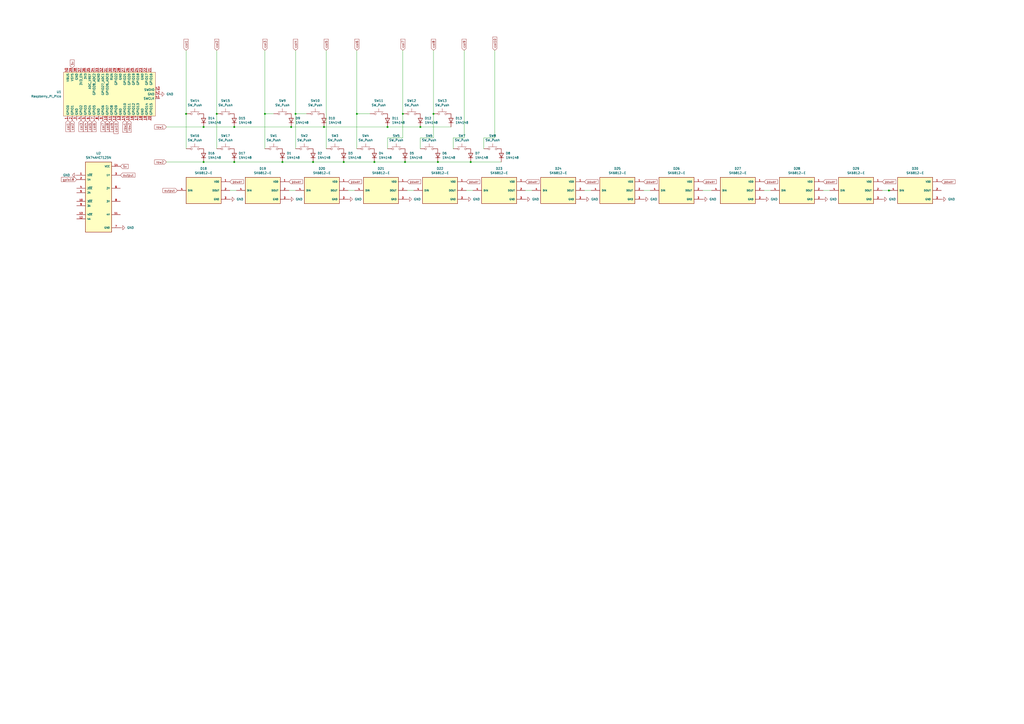
<source format=kicad_sch>
(kicad_sch (version 20231120) (generator "eeschema") (generator_version "8.0")
  (paper "A2")
  (lib_symbols
    (symbol "Diode:1N4148" (pin_numbers hide) (pin_names hide)
      (property "Reference" "D" (at 0 2.54 0))
      (property "Value" "1N4148" (at 0 -2.54 0))
      (symbol "1N4148_0_1"
        (polyline (pts (xy -1.27 1.27) (xy -1.27 -1.27)) (stroke (width 0.254)))
        (polyline (pts (xy 1.27 0) (xy -1.27 0)))
        (polyline (pts (xy 1.27 1.27) (xy 1.27 -1.27) (xy -1.27 0) (xy 1.27 1.27)) (stroke (width 0.254)))
      )
      (symbol "1N4148_1_1"
        (pin passive line (at -3.81 0 0) (length 2.54) (name "K") (number "1"))
        (pin passive line (at 3.81 0 180) (length 2.54) (name "A") (number "2"))
      )
    )
    (symbol "SK6812-E:SK6812-E" (pin_names (offset 1.016))
      (property "Reference" "D" (at -10.16 8.89 0))
      (property "Value" "SK6812-E" (at -10.16 -10.16 0))
      (symbol "SK6812-E_0_0"
        (rectangle (start -10.16 -7.62) (end 10.16 7.62) (stroke (width 0.254)) (fill (type background)))
        (pin power_in line (at 15.24 5.08 180) (length 5.08) (name "VDD") (number "1"))
        (pin output line (at 15.24 0 180) (length 5.08) (name "DOUT") (number "2"))
        (pin power_in line (at 15.24 -5.08 180) (length 5.08) (name "GND") (number "3"))
        (pin input line (at -15.24 0 0) (length 5.08) (name "DIN") (number "4"))
      )
    )
    (symbol "SN74AHCT125N:SN74AHCT125N" (pin_names (offset 1.016))
      (property "Reference" "U" (at -7.62 21.082 0))
      (property "Value" "SN74AHCT125N" (at -7.62 -22.86 0))
      (symbol "SN74AHCT125N_0_0"
        (rectangle (start -7.62 -20.32) (end 7.62 20.32) (stroke (width 0.254)) (fill (type background)))
        (pin input line (at -12.7 12.7 0) (length 5.08) (name "1~{OE}") (number "1"))
        (pin input line (at -12.7 -2.54 0) (length 5.08) (name "3~{OE}") (number "10"))
        (pin output line (at 12.7 -10.16 180) (length 5.08) (name "4Y") (number "11"))
        (pin input line (at -12.7 -12.7 0) (length 5.08) (name "4A") (number "12"))
        (pin input line (at -12.7 -10.16 0) (length 5.08) (name "4~{OE}") (number "13"))
        (pin power_in line (at 12.7 17.78 180) (length 5.08) (name "VCC") (number "14"))
        (pin input line (at -12.7 10.16 0) (length 5.08) (name "1A") (number "2"))
        (pin output line (at 12.7 12.7 180) (length 5.08) (name "1Y") (number "3"))
        (pin input line (at -12.7 5.08 0) (length 5.08) (name "2~{OE}") (number "4"))
        (pin input line (at -12.7 2.54 0) (length 5.08) (name "2A") (number "5"))
        (pin output line (at 12.7 5.08 180) (length 5.08) (name "2Y") (number "6"))
        (pin power_in line (at 12.7 -17.78 180) (length 5.08) (name "GND") (number "7"))
        (pin output line (at 12.7 -2.54 180) (length 5.08) (name "3Y") (number "8"))
        (pin input line (at -12.7 -5.08 0) (length 5.08) (name "3A") (number "9"))
      )
    )
    (symbol "ScottoKeebs:MCU_Raspberry_Pi_Pico"
      (property "Reference" "U" (at 0 0 0))
      (property "Value" "Raspberry_Pi_Pico" (at 0 27.94 0))
      (symbol "MCU_Raspberry_Pi_Pico_0_1"
        (rectangle (start -12.7 26.67) (end 12.7 -26.67) (fill (type background)))
      )
      (symbol "MCU_Raspberry_Pi_Pico_1_1"
        (pin bidirectional line (at -15.24 24.13 0) (length 2.54) (name "GPIO0") (number "1"))
        (pin bidirectional line (at -15.24 1.27 0) (length 2.54) (name "GPIO7") (number "10"))
        (pin bidirectional line (at -15.24 -1.27 0) (length 2.54) (name "GPIO8") (number "11"))
        (pin bidirectional line (at -15.24 -3.81 0) (length 2.54) (name "GPIO9") (number "12"))
        (pin power_in line (at -15.24 -6.35 0) (length 2.54) (name "GND") (number "13"))
        (pin bidirectional line (at -15.24 -8.89 0) (length 2.54) (name "GPIO10") (number "14"))
        (pin bidirectional line (at -15.24 -11.43 0) (length 2.54) (name "GPIO11") (number "15"))
        (pin bidirectional line (at -15.24 -13.97 0) (length 2.54) (name "GPIO12") (number "16"))
        (pin bidirectional line (at -15.24 -16.51 0) (length 2.54) (name "GPIO13") (number "17"))
        (pin power_in line (at -15.24 -19.05 0) (length 2.54) (name "GND") (number "18"))
        (pin bidirectional line (at -15.24 -21.59 0) (length 2.54) (name "GPIO14") (number "19"))
        (pin bidirectional line (at -15.24 21.59 0) (length 2.54) (name "GPIO1") (number "2"))
        (pin bidirectional line (at -15.24 -24.13 0) (length 2.54) (name "GPIO15") (number "20"))
        (pin bidirectional line (at 15.24 -24.13 180) (length 2.54) (name "GPIO16") (number "21"))
        (pin bidirectional line (at 15.24 -21.59 180) (length 2.54) (name "GPIO17") (number "22"))
        (pin power_in line (at 15.24 -19.05 180) (length 2.54) (name "GND") (number "23"))
        (pin bidirectional line (at 15.24 -16.51 180) (length 2.54) (name "GPIO18") (number "24"))
        (pin bidirectional line (at 15.24 -13.97 180) (length 2.54) (name "GPIO19") (number "25"))
        (pin bidirectional line (at 15.24 -11.43 180) (length 2.54) (name "GPIO20") (number "26"))
        (pin bidirectional line (at 15.24 -8.89 180) (length 2.54) (name "GPIO21") (number "27"))
        (pin power_in line (at 15.24 -6.35 180) (length 2.54) (name "GND") (number "28"))
        (pin bidirectional line (at 15.24 -3.81 180) (length 2.54) (name "GPIO22") (number "29"))
        (pin power_in line (at -15.24 19.05 0) (length 2.54) (name "GND") (number "3"))
        (pin input line (at 15.24 -1.27 180) (length 2.54) (name "RUN") (number "30"))
        (pin bidirectional line (at 15.24 1.27 180) (length 2.54) (name "GPIO26_ADC0") (number "31"))
        (pin bidirectional line (at 15.24 3.81 180) (length 2.54) (name "GPIO27_ADC1") (number "32"))
        (pin power_in line (at 15.24 6.35 180) (length 2.54) (name "AGND") (number "33"))
        (pin bidirectional line (at 15.24 8.89 180) (length 2.54) (name "GPIO28_ADC2") (number "34"))
        (pin power_in line (at 15.24 11.43 180) (length 2.54) (name "ADC_VREF") (number "35"))
        (pin power_in line (at 15.24 13.97 180) (length 2.54) (name "3V3") (number "36"))
        (pin input line (at 15.24 16.51 180) (length 2.54) (name "3V3_EN") (number "37"))
        (pin bidirectional line (at 15.24 19.05 180) (length 2.54) (name "GND") (number "38"))
        (pin power_in line (at 15.24 21.59 180) (length 2.54) (name "VSYS") (number "39"))
        (pin bidirectional line (at -15.24 16.51 0) (length 2.54) (name "GPIO2") (number "4"))
        (pin power_in line (at 15.24 24.13 180) (length 2.54) (name "VBUS") (number "40"))
        (pin input line (at -2.54 -29.21 90) (length 2.54) (name "SWCLK") (number "41"))
        (pin power_in line (at 0 -29.21 90) (length 2.54) (name "GND") (number "42"))
        (pin bidirectional line (at 2.54 -29.21 90) (length 2.54) (name "SWDIO") (number "43"))
        (pin bidirectional line (at -15.24 13.97 0) (length 2.54) (name "GPIO3") (number "5"))
        (pin bidirectional line (at -15.24 11.43 0) (length 2.54) (name "GPIO4") (number "6"))
        (pin bidirectional line (at -15.24 8.89 0) (length 2.54) (name "GPIO5") (number "7"))
        (pin power_in line (at -15.24 6.35 0) (length 2.54) (name "GND") (number "8"))
        (pin bidirectional line (at -15.24 3.81 0) (length 2.54) (name "GPIO6") (number "9"))
      )
    )
    (symbol "Switch:SW_Push" (pin_numbers hide) (pin_names (offset 1.016) hide)
      (property "Reference" "SW" (at 1.27 2.54 0))
      (property "Value" "SW_Push" (at 0 -1.524 0))
      (symbol "SW_Push_0_1"
        (circle (center -2.032 0) (radius 0.508))
        (polyline (pts (xy 0 1.27) (xy 0 3.048)))
        (polyline (pts (xy 2.54 1.27) (xy -2.54 1.27)))
        (circle (center 2.032 0) (radius 0.508))
        (pin passive line (at -5.08 0 0) (length 2.54) (name "1") (number "1"))
        (pin passive line (at 5.08 0 180) (length 2.54) (name "2") (number "2"))
      )
    )
    (symbol "power:GND" (power) (pin_numbers hide) (pin_names (offset 0) hide)
      (property "Value" "GND" (at 0 -3.81 0))
      (symbol "GND_0_1"
        (polyline (pts (xy 0 0) (xy 0 -1.27) (xy 1.27 -1.27) (xy 0 -2.54) (xy -1.27 -1.27) (xy 0 -1.27)))
      )
      (symbol "GND_1_1"
        (pin power_in line (at 0 0 270) (length 0) (name "~") (number "1"))
      )
    )
  )
  (junction (at 107.95 66.04))
  (junction (at 515.62 110.49))
  (junction (at 171.45 66.04))
  (junction (at 207.01 66.04))
  (junction (at 243.84 73.66))
  (junction (at 168.91 73.66))
  (junction (at 234.95 93.98))
  (junction (at 187.96 73.66))
  (junction (at 224.79 73.66))
  (junction (at 153.67 66.04))
  (junction (at 273.05 93.98))
  (junction (at 135.89 93.98))
  (junction (at 118.11 73.66))
  (junction (at 118.11 93.98))
  (junction (at 233.68 66.04))
  (junction (at 217.17 93.98))
  (junction (at 125.73 66.04))
  (junction (at 254 93.98))
  (junction (at 135.89 73.66))
  (junction (at 251.46 66.04))
  (junction (at 199.39 93.98))
  (junction (at 181.61 93.98))
  (junction (at 163.83 93.98))
  (wire (pts (xy 233.68 80.01) (xy 224.79 80.01)))
  (wire (pts (xy 304.8 110.49) (xy 308.61 110.49)))
  (wire (pts (xy 233.68 29.21) (xy 233.68 66.04)))
  (wire (pts (xy 171.45 66.04) (xy 171.45 86.36)))
  (wire (pts (xy 407.67 110.49) (xy 412.75 110.49)))
  (wire (pts (xy 254 93.98) (xy 273.05 93.98)))
  (wire (pts (xy 270.51 110.49) (xy 274.32 110.49)))
  (wire (pts (xy 118.11 73.66) (xy 135.89 73.66)))
  (wire (pts (xy 201.93 110.49) (xy 205.74 110.49)))
  (wire (pts (xy 251.46 66.04) (xy 251.46 80.01)))
  (wire (pts (xy 287.02 80.01) (xy 280.67 80.01)))
  (wire (pts (xy 187.96 73.66) (xy 224.79 73.66)))
  (wire (pts (xy 280.67 80.01) (xy 280.67 86.36)))
  (wire (pts (xy 207.01 29.21) (xy 207.01 66.04)))
  (wire (pts (xy 189.23 29.21) (xy 189.23 86.36)))
  (wire (pts (xy 515.62 110.49) (xy 516.89 110.49)))
  (wire (pts (xy 224.79 80.01) (xy 224.79 86.36)))
  (wire (pts (xy 477.52 110.49) (xy 481.33 110.49)))
  (wire (pts (xy 269.24 80.01) (xy 262.89 80.01)))
  (wire (pts (xy 217.17 93.98) (xy 234.95 93.98)))
  (wire (pts (xy 269.24 29.21) (xy 269.24 80.01)))
  (wire (pts (xy 153.67 29.21) (xy 153.67 66.04)))
  (wire (pts (xy 273.05 93.98) (xy 290.83 93.98)))
  (wire (pts (xy 339.09 110.49) (xy 342.9 110.49)))
  (wire (pts (xy 171.45 66.04) (xy 177.8 66.04)))
  (wire (pts (xy 171.45 29.21) (xy 171.45 66.04)))
  (wire (pts (xy 262.89 80.01) (xy 262.89 86.36)))
  (wire (pts (xy 236.22 110.49) (xy 240.03 110.49)))
  (wire (pts (xy 96.52 93.98) (xy 118.11 93.98)))
  (wire (pts (xy 234.95 93.98) (xy 254 93.98)))
  (wire (pts (xy 153.67 66.04) (xy 158.75 66.04)))
  (wire (pts (xy 153.67 66.04) (xy 153.67 86.36)))
  (wire (pts (xy 107.95 29.21) (xy 107.95 66.04)))
  (wire (pts (xy 207.01 66.04) (xy 207.01 86.36)))
  (wire (pts (xy 207.01 66.04) (xy 214.63 66.04)))
  (wire (pts (xy 133.35 110.49) (xy 137.16 110.49)))
  (wire (pts (xy 199.39 93.98) (xy 217.17 93.98)))
  (wire (pts (xy 243.84 73.66) (xy 261.62 73.66)))
  (wire (pts (xy 287.02 29.21) (xy 287.02 80.01)))
  (wire (pts (xy 443.23 110.49) (xy 447.04 110.49)))
  (wire (pts (xy 373.38 110.49) (xy 377.19 110.49)))
  (wire (pts (xy 243.84 80.01) (xy 251.46 80.01)))
  (wire (pts (xy 167.64 110.49) (xy 171.45 110.49)))
  (wire (pts (xy 125.73 66.04) (xy 125.73 86.36)))
  (wire (pts (xy 135.89 73.66) (xy 168.91 73.66)))
  (wire (pts (xy 251.46 29.21) (xy 251.46 66.04)))
  (wire (pts (xy 168.91 73.66) (xy 187.96 73.66)))
  (wire (pts (xy 181.61 93.98) (xy 199.39 93.98)))
  (wire (pts (xy 135.89 93.98) (xy 163.83 93.98)))
  (wire (pts (xy 125.73 29.21) (xy 125.73 66.04)))
  (wire (pts (xy 107.95 66.04) (xy 107.95 86.36)))
  (wire (pts (xy 233.68 66.04) (xy 233.68 80.01)))
  (wire (pts (xy 96.52 73.66) (xy 118.11 73.66)))
  (wire (pts (xy 163.83 93.98) (xy 181.61 93.98)))
  (wire (pts (xy 224.79 73.66) (xy 243.84 73.66)))
  (wire (pts (xy 511.81 110.49) (xy 515.62 110.49)))
  (wire (pts (xy 243.84 86.36) (xy 243.84 80.01)))
  (wire (pts (xy 118.11 93.98) (xy 135.89 93.98)))
  (global_label "col7" (shape input) (at 59.69 69.85 270) (property "Intersheetrefs" "${INTERSHEET_REFS}" (effects (hide yes))))
  (global_label "col10" (shape input) (at 67.31 69.85 270) (property "Intersheetrefs" "${INTERSHEET_REFS}" (effects (hide yes))))
  (global_label "power" (shape input) (at 304.8 105.41 0) (property "Intersheetrefs" "${INTERSHEET_REFS}" (effects (hide yes))))
  (global_label "col2" (shape input) (at 41.91 69.85 270) (property "Intersheetrefs" "${INTERSHEET_REFS}" (effects (hide yes))))
  (global_label "5v" (shape input) (at 41.91 39.37 90) (property "Intersheetrefs" "${INTERSHEET_REFS}" (effects (hide yes))))
  (global_label "col3" (shape input) (at 153.67 29.21 90) (property "Intersheetrefs" "${INTERSHEET_REFS}" (effects (hide yes))))
  (global_label "col2" (shape input) (at 125.73 29.21 90) (property "Intersheetrefs" "${INTERSHEET_REFS}" (effects (hide yes))))
  (global_label "power" (shape input) (at 443.23 105.41 0) (property "Intersheetrefs" "${INTERSHEET_REFS}" (effects (hide yes))))
  (global_label "power" (shape input) (at 339.09 105.41 0) (property "Intersheetrefs" "${INTERSHEET_REFS}" (effects (hide yes))))
  (global_label "output" (shape input) (at 102.87 110.49 180) (property "Intersheetrefs" "${INTERSHEET_REFS}" (effects (hide yes))))
  (global_label "col5" (shape input) (at 189.23 29.21 90) (property "Intersheetrefs" "${INTERSHEET_REFS}" (effects (hide yes))))
  (global_label "output" (shape input) (at 69.85 101.6 0) (property "Intersheetrefs" "${INTERSHEET_REFS}" (effects (hide yes))))
  (global_label "power" (shape input) (at 477.52 105.41 0) (property "Intersheetrefs" "${INTERSHEET_REFS}" (effects (hide yes))))
  (global_label "row2" (shape input) (at 74.93 69.85 270) (property "Intersheetrefs" "${INTERSHEET_REFS}" (effects (hide yes))))
  (global_label "power" (shape input) (at 407.67 105.41 0) (property "Intersheetrefs" "${INTERSHEET_REFS}" (effects (hide yes))))
  (global_label "5v" (shape input) (at 69.85 96.52 0) (property "Intersheetrefs" "${INTERSHEET_REFS}" (effects (hide yes))))
  (global_label "power" (shape input) (at 546.1 105.41 0) (property "Intersheetrefs" "${INTERSHEET_REFS}" (effects (hide yes))))
  (global_label "col8" (shape input) (at 251.46 29.21 90) (property "Intersheetrefs" "${INTERSHEET_REFS}" (effects (hide yes))))
  (global_label "col1" (shape input) (at 107.95 29.21 90) (property "Intersheetrefs" "${INTERSHEET_REFS}" (effects (hide yes))))
  (global_label "col7" (shape input) (at 233.68 29.21 90) (property "Intersheetrefs" "${INTERSHEET_REFS}" (effects (hide yes))))
  (global_label "col3" (shape input) (at 46.99 69.85 270) (property "Intersheetrefs" "${INTERSHEET_REFS}" (effects (hide yes))))
  (global_label "power" (shape input) (at 270.51 105.41 0) (property "Intersheetrefs" "${INTERSHEET_REFS}" (effects (hide yes))))
  (global_label "col4" (shape input) (at 49.53 69.85 270) (property "Intersheetrefs" "${INTERSHEET_REFS}" (effects (hide yes))))
  (global_label "row2" (shape input) (at 96.52 93.98 180) (property "Intersheetrefs" "${INTERSHEET_REFS}" (effects (hide yes))))
  (global_label "row1" (shape input) (at 96.52 73.66 180) (property "Intersheetrefs" "${INTERSHEET_REFS}" (effects (hide yes))))
  (global_label "col9" (shape input) (at 64.77 69.85 270) (property "Intersheetrefs" "${INTERSHEET_REFS}" (effects (hide yes))))
  (global_label "col10" (shape input) (at 287.02 29.21 90) (property "Intersheetrefs" "${INTERSHEET_REFS}" (effects (hide yes))))
  (global_label "row1" (shape input) (at 72.39 69.85 270) (property "Intersheetrefs" "${INTERSHEET_REFS}" (effects (hide yes))))
  (global_label "power" (shape input) (at 511.81 105.41 0) (property "Intersheetrefs" "${INTERSHEET_REFS}" (effects (hide yes))))
  (global_label "col1" (shape input) (at 39.37 69.85 270) (property "Intersheetrefs" "${INTERSHEET_REFS}" (effects (hide yes))))
  (global_label "power" (shape input) (at 201.93 105.41 0) (property "Intersheetrefs" "${INTERSHEET_REFS}" (effects (hide yes))))
  (global_label "col5" (shape input) (at 52.07 69.85 270) (property "Intersheetrefs" "${INTERSHEET_REFS}" (effects (hide yes))))
  (global_label "power" (shape input) (at 167.64 105.41 0) (property "Intersheetrefs" "${INTERSHEET_REFS}" (effects (hide yes))))
  (global_label "power" (shape input) (at 236.22 105.41 0) (property "Intersheetrefs" "${INTERSHEET_REFS}" (effects (hide yes))))
  (global_label "power" (shape input) (at 133.35 105.41 0) (property "Intersheetrefs" "${INTERSHEET_REFS}" (effects (hide yes))))
  (global_label "power" (shape input) (at 373.38 105.41 0) (property "Intersheetrefs" "${INTERSHEET_REFS}" (effects (hide yes))))
  (global_label "col4" (shape input) (at 171.45 29.21 90) (property "Intersheetrefs" "${INTERSHEET_REFS}" (effects (hide yes))))
  (global_label "col6" (shape input) (at 54.61 69.85 270) (property "Intersheetrefs" "${INTERSHEET_REFS}" (effects (hide yes))))
  (global_label "gpio18" (shape input) (at 44.45 104.14 180) (property "Intersheetrefs" "${INTERSHEET_REFS}" (effects (hide yes))))
  (global_label "col6" (shape input) (at 207.01 29.21 90) (property "Intersheetrefs" "${INTERSHEET_REFS}" (effects (hide yes))))
  (global_label "col8" (shape input) (at 62.23 69.85 270) (property "Intersheetrefs" "${INTERSHEET_REFS}" (effects (hide yes))))
  (global_label "col9" (shape input) (at 269.24 29.21 90) (property "Intersheetrefs" "${INTERSHEET_REFS}" (effects (hide yes))))
  (symbol (lib_id "Switch:SW_Push") (at 113.03 66.04 0) (unit 1)
    (property "Reference" "SW14" (at 113.03 58.42 0))
    (property "Value" "SW_Push" (at 113.03 60.96 0))
    (property "Footprint" "ScottoKeebs_MX:MX_PCB_1.00unew" (effects (hide yes)))
    (property "Description" "Push button switch, generic, two pins" (effects (hide yes)))
  )
  (symbol (lib_id "Diode:1N4148") (at 273.05 90.17 90) (unit 1)
    (property "Reference" "D7" (at 275.59 88.8999 90) (effects (justify right)))
    (property "Value" "1N4148" (at 275.59 91.4399 90) (effects (justify right)))
    (property "Footprint" "Diode_THT:D_DO-35_SOD27_P7.62mm_Horizontal" (effects (hide yes)))
    (property "Datasheet" "https://assets.nexperia.com/documents/data-sheet/1N4148_1N4448.pdf" (effects (hide yes)))
    (property "Description" "100V 0.15A standard switching diode, DO-35" (effects (hide yes)))
    (property "Sim.Device" "D" (effects (hide yes)))
    (property "Sim.Pins" "1=K 2=A" (effects (hide yes)))
  )
  (symbol (lib_id "power:GND") (at 167.64 115.57 90) (unit 1)
    (property "Reference" "#PWR04" (effects (hide yes)))
    (property "Value" "GND" (at 171.45 115.5699 90) (effects (justify right)))
    (property "Description" "Power symbol creates a global label with name \"GND\" , ground" (effects (hide yes)))
  )
  (symbol (lib_id "power:GND") (at 511.81 115.57 90) (unit 1)
    (property "Reference" "#PWR015" (effects (hide yes)))
    (property "Value" "GND" (at 515.62 115.5699 90) (effects (justify right)))
    (property "Description" "Power symbol creates a global label with name \"GND\" , ground" (effects (hide yes)))
  )
  (symbol (lib_id "power:GND") (at 92.71 54.61 90) (unit 1)
    (property "Reference" "#PWR02" (effects (hide yes)))
    (property "Value" "GND" (at 96.52 54.6099 90) (effects (justify right)))
    (property "Description" "Power symbol creates a global label with name \"GND\" , ground" (effects (hide yes)))
  )
  (symbol (lib_id "power:GND") (at 44.45 101.6 270) (unit 1)
    (property "Reference" "#PWR06" (effects (hide yes)))
    (property "Value" "GND" (at 40.64 101.5999 90) (effects (justify right)))
    (property "Description" "Power symbol creates a global label with name \"GND\" , ground" (effects (hide yes)))
  )
  (symbol (lib_id "Switch:SW_Push") (at 285.75 86.36 0) (unit 1)
    (property "Reference" "SW8" (at 285.75 78.74 0))
    (property "Value" "SW_Push" (at 285.75 81.28 0))
    (property "Footprint" "ScottoKeebs_MX:MX_PCB_3.00u_90degnew" (effects (hide yes)))
    (property "Description" "Push button switch, generic, two pins" (effects (hide yes)))
  )
  (symbol (lib_id "Switch:SW_Push") (at 113.03 86.36 0) (unit 1)
    (property "Reference" "SW16" (at 113.03 78.74 0))
    (property "Value" "SW_Push" (at 113.03 81.28 0))
    (property "Footprint" "ScottoKeebs_MX:MX_PCB_1.00unew" (effects (hide yes)))
    (property "Description" "Push button switch, generic, two pins" (effects (hide yes)))
  )
  (symbol (lib_id "Diode:1N4148") (at 181.61 90.17 90) (unit 1)
    (property "Reference" "D2" (at 184.15 88.8999 90) (effects (justify right)))
    (property "Value" "1N4148" (at 184.15 91.4399 90) (effects (justify right)))
    (property "Footprint" "Diode_THT:D_DO-35_SOD27_P7.62mm_Horizontal" (effects (hide yes)))
    (property "Datasheet" "https://assets.nexperia.com/documents/data-sheet/1N4148_1N4448.pdf" (effects (hide yes)))
    (property "Description" "100V 0.15A standard switching diode, DO-35" (effects (hide yes)))
    (property "Sim.Device" "D" (effects (hide yes)))
    (property "Sim.Pins" "1=K 2=A" (effects (hide yes)))
  )
  (symbol (lib_id "Diode:1N4148") (at 135.89 90.17 90) (unit 1)
    (property "Reference" "D17" (at 138.43 88.8999 90) (effects (justify right)))
    (property "Value" "1N4148" (at 138.43 91.4399 90) (effects (justify right)))
    (property "Footprint" "Diode_THT:D_DO-35_SOD27_P7.62mm_Horizontal" (effects (hide yes)))
    (property "Datasheet" "https://assets.nexperia.com/documents/data-sheet/1N4148_1N4448.pdf" (effects (hide yes)))
    (property "Description" "100V 0.15A standard switching diode, DO-35" (effects (hide yes)))
    (property "Sim.Device" "D" (effects (hide yes)))
    (property "Sim.Pins" "1=K 2=A" (effects (hide yes)))
  )
  (symbol (lib_id "Diode:1N4148") (at 118.11 69.85 90) (unit 1)
    (property "Reference" "D14" (at 120.65 68.5799 90) (effects (justify right)))
    (property "Value" "1N4148" (at 120.65 71.1199 90) (effects (justify right)))
    (property "Footprint" "Diode_THT:D_DO-35_SOD27_P7.62mm_Horizontal" (effects (hide yes)))
    (property "Datasheet" "https://assets.nexperia.com/documents/data-sheet/1N4148_1N4448.pdf" (effects (hide yes)))
    (property "Description" "100V 0.15A standard switching diode, DO-35" (effects (hide yes)))
    (property "Sim.Device" "D" (effects (hide yes)))
    (property "Sim.Pins" "1=K 2=A" (effects (hide yes)))
  )
  (symbol (lib_id "SK6812-E:SK6812-E") (at 427.99 110.49 0) (unit 1)
    (property "Reference" "D27" (at 427.99 97.79 0))
    (property "Value" "SK6812-E" (at 427.99 100.33 0))
    (property "Footprint" "SK6812-E:LED_SK6812-Eneww" (effects (hide yes)))
    (property "MF" "DONGGUANG OPSCO OPTOELECTRONICS CO., LTD" (effects (hide yes)))
    (property "MAXIMUM_PACKAGE_HEIGHT" "0.84mm" (effects (hide yes)))
    (property "Package" "Package" (effects (hide yes)))
    (property "Price" "None" (effects (hide yes)))
    (property "Check_prices" "https://www.snapeda.com/parts/SK6812-E/DONGGUANG+OPSCO+OPTOELECTRONICS+CO.%252C+LTD/view-part/?ref=eda" (effects (hide yes)))
    (property "STANDARD" "Manufacturer recommendations" (effects (hide yes)))
    (property "PARTREV" "2" (effects (hide yes)))
    (property "SnapEDA_Link" "https://www.snapeda.com/parts/SK6812-E/DONGGUANG+OPSCO+OPTOELECTRONICS+CO.%252C+LTD/view-part/?ref=snap" (effects (hide yes)))
    (property "MP" "SK6812-E" (effects (hide yes)))
    (property "Description_1" "\nSK6812MINI-E is a smart LED control circuit and light emitting circuit in one controlled LED source, which has the shape of a 3528 LED chip.\n" (effects (hide yes)))
    (property "Availability" "Not in stock" (effects (hide yes)))
    (property "MANUFACTURER" "DONGGUANG OPSCO" (effects (hide yes)))
  )
  (symbol (lib_id "Diode:1N4148") (at 261.62 69.85 90) (unit 1)
    (property "Reference" "D13" (at 264.16 68.5799 90) (effects (justify right)))
    (property "Value" "1N4148" (at 264.16 71.1199 90) (effects (justify right)))
    (property "Footprint" "Diode_THT:D_DO-35_SOD27_P7.62mm_Horizontal" (effects (hide yes)))
    (property "Datasheet" "https://assets.nexperia.com/documents/data-sheet/1N4148_1N4448.pdf" (effects (hide yes)))
    (property "Description" "100V 0.15A standard switching diode, DO-35" (effects (hide yes)))
    (property "Sim.Device" "D" (effects (hide yes)))
    (property "Sim.Pins" "1=K 2=A" (effects (hide yes)))
  )
  (symbol (lib_id "ScottoKeebs:MCU_Raspberry_Pi_Pico") (at 63.5 54.61 90) (unit 1)
    (property "Reference" "U1" (at 35.56 53.3399 90) (effects (justify left)))
    (property "Value" "Raspberry_Pi_Pico" (at 35.56 55.8799 90) (effects (justify left)))
    (property "Footprint" "ScottoKeebs_MCU:Raspberry_Pi_Pico" (effects (hide yes)))
  )
  (symbol (lib_id "Diode:1N4148") (at 118.11 90.17 90) (unit 1)
    (property "Reference" "D16" (at 120.65 88.8999 90) (effects (justify right)))
    (property "Value" "1N4148" (at 120.65 91.4399 90) (effects (justify right)))
    (property "Footprint" "Diode_THT:D_DO-35_SOD27_P7.62mm_Horizontal" (effects (hide yes)))
    (property "Datasheet" "https://assets.nexperia.com/documents/data-sheet/1N4148_1N4448.pdf" (effects (hide yes)))
    (property "Description" "100V 0.15A standard switching diode, DO-35" (effects (hide yes)))
    (property "Sim.Device" "D" (effects (hide yes)))
    (property "Sim.Pins" "1=K 2=A" (effects (hide yes)))
  )
  (symbol (lib_id "power:GND") (at 373.38 115.57 90) (unit 1)
    (property "Reference" "#PWR011" (effects (hide yes)))
    (property "Value" "GND" (at 377.19 115.5699 90) (effects (justify right)))
    (property "Description" "Power symbol creates a global label with name \"GND\" , ground" (effects (hide yes)))
  )
  (symbol (lib_id "SK6812-E:SK6812-E") (at 323.85 110.49 0) (unit 1)
    (property "Reference" "D24" (at 323.85 97.79 0))
    (property "Value" "SK6812-E" (at 323.85 100.33 0))
    (property "Footprint" "SK6812-E:LED_SK6812-Eneww" (effects (hide yes)))
    (property "MF" "DONGGUANG OPSCO OPTOELECTRONICS CO., LTD" (effects (hide yes)))
    (property "MAXIMUM_PACKAGE_HEIGHT" "0.84mm" (effects (hide yes)))
    (property "Package" "Package" (effects (hide yes)))
    (property "Price" "None" (effects (hide yes)))
    (property "Check_prices" "https://www.snapeda.com/parts/SK6812-E/DONGGUANG+OPSCO+OPTOELECTRONICS+CO.%252C+LTD/view-part/?ref=eda" (effects (hide yes)))
    (property "STANDARD" "Manufacturer recommendations" (effects (hide yes)))
    (property "PARTREV" "2" (effects (hide yes)))
    (property "SnapEDA_Link" "https://www.snapeda.com/parts/SK6812-E/DONGGUANG+OPSCO+OPTOELECTRONICS+CO.%252C+LTD/view-part/?ref=snap" (effects (hide yes)))
    (property "MP" "SK6812-E" (effects (hide yes)))
    (property "Description_1" "\nSK6812MINI-E is a smart LED control circuit and light emitting circuit in one controlled LED source, which has the shape of a 3528 LED chip.\n" (effects (hide yes)))
    (property "Availability" "Not in stock" (effects (hide yes)))
    (property "MANUFACTURER" "DONGGUANG OPSCO" (effects (hide yes)))
  )
  (symbol (lib_id "power:GND") (at 407.67 115.57 90) (unit 1)
    (property "Reference" "#PWR012" (effects (hide yes)))
    (property "Value" "GND" (at 411.48 115.5699 90) (effects (justify right)))
    (property "Description" "Power symbol creates a global label with name \"GND\" , ground" (effects (hide yes)))
  )
  (symbol (lib_id "power:GND") (at 236.22 115.57 90) (unit 1)
    (property "Reference" "#PWR07" (effects (hide yes)))
    (property "Value" "GND" (at 240.03 115.5699 90) (effects (justify right)))
    (property "Description" "Power symbol creates a global label with name \"GND\" , ground" (effects (hide yes)))
  )
  (symbol (lib_id "Switch:SW_Push") (at 212.09 86.36 0) (unit 1)
    (property "Reference" "SW4" (at 212.09 78.74 0))
    (property "Value" "SW_Push" (at 212.09 81.28 0))
    (property "Footprint" "ScottoKeebs_MX:MX_PCB_3.00u_90degnew" (effects (hide yes)))
    (property "Description" "Push button switch, generic, two pins" (effects (hide yes)))
  )
  (symbol (lib_id "Diode:1N4148") (at 224.79 69.85 90) (unit 1)
    (property "Reference" "D11" (at 227.33 68.5799 90) (effects (justify right)))
    (property "Value" "1N4148" (at 227.33 71.1199 90) (effects (justify right)))
    (property "Footprint" "Diode_THT:D_DO-35_SOD27_P7.62mm_Horizontal" (effects (hide yes)))
    (property "Datasheet" "https://assets.nexperia.com/documents/data-sheet/1N4148_1N4448.pdf" (effects (hide yes)))
    (property "Description" "100V 0.15A standard switching diode, DO-35" (effects (hide yes)))
    (property "Sim.Device" "D" (effects (hide yes)))
    (property "Sim.Pins" "1=K 2=A" (effects (hide yes)))
  )
  (symbol (lib_id "Switch:SW_Push") (at 238.76 66.04 0) (unit 1)
    (property "Reference" "SW12" (at 238.76 58.42 0))
    (property "Value" "SW_Push" (at 238.76 60.96 0))
    (property "Footprint" "ScottoKeebs_MX:MX_PCB_3.00u_90degnew" (effects (hide yes)))
    (property "Description" "Push button switch, generic, two pins" (effects (hide yes)))
  )
  (symbol (lib_id "SK6812-E:SK6812-E") (at 462.28 110.49 0) (unit 1)
    (property "Reference" "D28" (at 462.28 97.79 0))
    (property "Value" "SK6812-E" (at 462.28 100.33 0))
    (property "Footprint" "SK6812-E:LED_SK6812-Eneww" (effects (hide yes)))
    (property "MF" "DONGGUANG OPSCO OPTOELECTRONICS CO., LTD" (effects (hide yes)))
    (property "MAXIMUM_PACKAGE_HEIGHT" "0.84mm" (effects (hide yes)))
    (property "Package" "Package" (effects (hide yes)))
    (property "Price" "None" (effects (hide yes)))
    (property "Check_prices" "https://www.snapeda.com/parts/SK6812-E/DONGGUANG+OPSCO+OPTOELECTRONICS+CO.%252C+LTD/view-part/?ref=eda" (effects (hide yes)))
    (property "STANDARD" "Manufacturer recommendations" (effects (hide yes)))
    (property "PARTREV" "2" (effects (hide yes)))
    (property "SnapEDA_Link" "https://www.snapeda.com/parts/SK6812-E/DONGGUANG+OPSCO+OPTOELECTRONICS+CO.%252C+LTD/view-part/?ref=snap" (effects (hide yes)))
    (property "MP" "SK6812-E" (effects (hide yes)))
    (property "Description_1" "\nSK6812MINI-E is a smart LED control circuit and light emitting circuit in one controlled LED source, which has the shape of a 3528 LED chip.\n" (effects (hide yes)))
    (property "Availability" "Not in stock" (effects (hide yes)))
    (property "MANUFACTURER" "DONGGUANG OPSCO" (effects (hide yes)))
  )
  (symbol (lib_id "Switch:SW_Push") (at 194.31 86.36 0) (unit 1)
    (property "Reference" "SW3" (at 194.31 78.74 0))
    (property "Value" "SW_Push" (at 194.31 81.28 0))
    (property "Footprint" "ScottoKeebs_MX:MX_PCB_3.00u_90degnew" (effects (hide yes)))
    (property "Description" "Push button switch, generic, two pins" (effects (hide yes)))
  )
  (symbol (lib_id "Switch:SW_Push") (at 248.92 86.36 0) (unit 1)
    (property "Reference" "SW6" (at 248.92 78.74 0))
    (property "Value" "SW_Push" (at 248.92 81.28 0))
    (property "Footprint" "ScottoKeebs_MX:MX_PCB_3.00u_90degnew" (effects (hide yes)))
    (property "Description" "Push button switch, generic, two pins" (effects (hide yes)))
  )
  (symbol (lib_id "power:GND") (at 69.85 132.08 90) (unit 1)
    (property "Reference" "#PWR03" (effects (hide yes)))
    (property "Value" "GND" (at 73.66 132.0799 90) (effects (justify right)))
    (property "Description" "Power symbol creates a global label with name \"GND\" , ground" (effects (hide yes)))
  )
  (symbol (lib_id "Diode:1N4148") (at 217.17 90.17 90) (unit 1)
    (property "Reference" "D4" (at 219.71 88.8999 90) (effects (justify right)))
    (property "Value" "1N4148" (at 219.71 91.4399 90) (effects (justify right)))
    (property "Footprint" "Diode_THT:D_DO-35_SOD27_P7.62mm_Horizontal" (effects (hide yes)))
    (property "Datasheet" "https://assets.nexperia.com/documents/data-sheet/1N4148_1N4448.pdf" (effects (hide yes)))
    (property "Description" "100V 0.15A standard switching diode, DO-35" (effects (hide yes)))
    (property "Sim.Device" "D" (effects (hide yes)))
    (property "Sim.Pins" "1=K 2=A" (effects (hide yes)))
  )
  (symbol (lib_id "SK6812-E:SK6812-E") (at 255.27 110.49 0) (unit 1)
    (property "Reference" "D22" (at 255.27 97.79 0))
    (property "Value" "SK6812-E" (at 255.27 100.33 0))
    (property "Footprint" "SK6812-E:LED_SK6812-Eneww" (effects (hide yes)))
    (property "MF" "DONGGUANG OPSCO OPTOELECTRONICS CO., LTD" (effects (hide yes)))
    (property "MAXIMUM_PACKAGE_HEIGHT" "0.84mm" (effects (hide yes)))
    (property "Package" "Package" (effects (hide yes)))
    (property "Price" "None" (effects (hide yes)))
    (property "Check_prices" "https://www.snapeda.com/parts/SK6812-E/DONGGUANG+OPSCO+OPTOELECTRONICS+CO.%252C+LTD/view-part/?ref=eda" (effects (hide yes)))
    (property "STANDARD" "Manufacturer recommendations" (effects (hide yes)))
    (property "PARTREV" "2" (effects (hide yes)))
    (property "SnapEDA_Link" "https://www.snapeda.com/parts/SK6812-E/DONGGUANG+OPSCO+OPTOELECTRONICS+CO.%252C+LTD/view-part/?ref=snap" (effects (hide yes)))
    (property "MP" "SK6812-E" (effects (hide yes)))
    (property "Description_1" "\nSK6812MINI-E is a smart LED control circuit and light emitting circuit in one controlled LED source, which has the shape of a 3528 LED chip.\n" (effects (hide yes)))
    (property "Availability" "Not in stock" (effects (hide yes)))
    (property "MANUFACTURER" "DONGGUANG OPSCO" (effects (hide yes)))
  )
  (symbol (lib_id "Switch:SW_Push") (at 256.54 66.04 0) (unit 1)
    (property "Reference" "SW13" (at 256.54 58.42 0))
    (property "Value" "SW_Push" (at 256.54 60.96 0))
    (property "Footprint" "ScottoKeebs_MX:MX_PCB_3.00u_90degnew" (effects (hide yes)))
    (property "Description" "Push button switch, generic, two pins" (effects (hide yes)))
  )
  (symbol (lib_id "SK6812-E:SK6812-E") (at 496.57 110.49 0) (unit 1)
    (property "Reference" "D29" (at 496.57 97.79 0))
    (property "Value" "SK6812-E" (at 496.57 100.33 0))
    (property "Footprint" "SK6812-E:LED_SK6812-Eneww" (effects (hide yes)))
    (property "MF" "DONGGUANG OPSCO OPTOELECTRONICS CO., LTD" (effects (hide yes)))
    (property "MAXIMUM_PACKAGE_HEIGHT" "0.84mm" (effects (hide yes)))
    (property "Package" "Package" (effects (hide yes)))
    (property "Price" "None" (effects (hide yes)))
    (property "Check_prices" "https://www.snapeda.com/parts/SK6812-E/DONGGUANG+OPSCO+OPTOELECTRONICS+CO.%252C+LTD/view-part/?ref=eda" (effects (hide yes)))
    (property "STANDARD" "Manufacturer recommendations" (effects (hide yes)))
    (property "PARTREV" "2" (effects (hide yes)))
    (property "SnapEDA_Link" "https://www.snapeda.com/parts/SK6812-E/DONGGUANG+OPSCO+OPTOELECTRONICS+CO.%252C+LTD/view-part/?ref=snap" (effects (hide yes)))
    (property "MP" "SK6812-E" (effects (hide yes)))
    (property "Description_1" "\nSK6812MINI-E is a smart LED control circuit and light emitting circuit in one controlled LED source, which has the shape of a 3528 LED chip.\n" (effects (hide yes)))
    (property "Availability" "Not in stock" (effects (hide yes)))
    (property "MANUFACTURER" "DONGGUANG OPSCO" (effects (hide yes)))
  )
  (symbol (lib_id "Switch:SW_Push") (at 267.97 86.36 0) (unit 1)
    (property "Reference" "SW7" (at 267.97 78.74 0))
    (property "Value" "SW_Push" (at 267.97 81.28 0))
    (property "Footprint" "ScottoKeebs_MX:MX_PCB_3.00u_90degnew" (effects (hide yes)))
    (property "Description" "Push button switch, generic, two pins" (effects (hide yes)))
  )
  (symbol (lib_id "Diode:1N4148") (at 168.91 69.85 90) (unit 1)
    (property "Reference" "D9" (at 171.45 68.5799 90) (effects (justify right)))
    (property "Value" "1N4148" (at 171.45 71.1199 90) (effects (justify right)))
    (property "Footprint" "Diode_THT:D_DO-35_SOD27_P7.62mm_Horizontal" (effects (hide yes)))
    (property "Datasheet" "https://assets.nexperia.com/documents/data-sheet/1N4148_1N4448.pdf" (effects (hide yes)))
    (property "Description" "100V 0.15A standard switching diode, DO-35" (effects (hide yes)))
    (property "Sim.Device" "D" (effects (hide yes)))
    (property "Sim.Pins" "1=K 2=A" (effects (hide yes)))
  )
  (symbol (lib_id "power:GND") (at 133.35 115.57 90) (unit 1)
    (property "Reference" "#PWR01" (effects (hide yes)))
    (property "Value" "GND" (at 137.16 115.5699 90) (effects (justify right)))
    (property "Description" "Power symbol creates a global label with name \"GND\" , ground" (effects (hide yes)))
  )
  (symbol (lib_id "Switch:SW_Push") (at 176.53 86.36 0) (unit 1)
    (property "Reference" "SW2" (at 176.53 78.74 0))
    (property "Value" "SW_Push" (at 176.53 81.28 0))
    (property "Footprint" "ScottoKeebs_MX:MX_PCB_3.00u_90degnew" (effects (hide yes)))
    (property "Description" "Push button switch, generic, two pins" (effects (hide yes)))
  )
  (symbol (lib_id "SN74AHCT125N:SN74AHCT125N") (at 57.15 114.3 0) (unit 1)
    (property "Reference" "U2" (at 57.15 88.9 0))
    (property "Value" "SN74AHCT125N" (at 57.15 91.44 0))
    (property "Footprint" "SN74AHCT125N:DIP794W45P254L1930H508Q14" (effects (hide yes)))
    (property "MF" "Texas Instruments" (effects (hide yes)))
    (property "MAXIMUM_PACKAGE_HEIGHT" "5.08mm" (effects (hide yes)))
    (property "Package" "PDIP-14 Texas Instruments" (effects (hide yes)))
    (property "Price" "None" (effects (hide yes)))
    (property "Check_prices" "https://www.snapeda.com/parts/SN74AHCT125N/Texas+Instruments/view-part/?ref=eda" (effects (hide yes)))
    (property "STANDARD" "Manufacturer Recommendations" (effects (hide yes)))
    (property "PARTREV" "Q" (effects (hide yes)))
    (property "SnapEDA_Link" "https://www.snapeda.com/parts/SN74AHCT125N/Texas+Instruments/view-part/?ref=snap" (effects (hide yes)))
    (property "MP" "SN74AHCT125N" (effects (hide yes)))
    (property "Description_1" "\n4-ch, 4.5-V to 5.5-V buffers with TTL-compatible CMOS inputs and 3-state outputs\n" (effects (hide yes)))
    (property "Availability" "In Stock" (effects (hide yes)))
    (property "MANUFACTURER" "Texas Instruments" (effects (hide yes)))
  )
  (symbol (lib_id "power:GND") (at 304.8 115.57 90) (unit 1)
    (property "Reference" "#PWR09" (effects (hide yes)))
    (property "Value" "GND" (at 308.61 115.5699 90) (effects (justify right)))
    (property "Description" "Power symbol creates a global label with name \"GND\" , ground" (effects (hide yes)))
  )
  (symbol (lib_id "Diode:1N4148") (at 234.95 90.17 90) (unit 1)
    (property "Reference" "D5" (at 237.49 88.8999 90) (effects (justify right)))
    (property "Value" "1N4148" (at 237.49 91.4399 90) (effects (justify right)))
    (property "Footprint" "Diode_THT:D_DO-35_SOD27_P7.62mm_Horizontal" (effects (hide yes)))
    (property "Datasheet" "https://assets.nexperia.com/documents/data-sheet/1N4148_1N4448.pdf" (effects (hide yes)))
    (property "Description" "100V 0.15A standard switching diode, DO-35" (effects (hide yes)))
    (property "Sim.Device" "D" (effects (hide yes)))
    (property "Sim.Pins" "1=K 2=A" (effects (hide yes)))
  )
  (symbol (lib_id "Diode:1N4148") (at 163.83 90.17 90) (unit 1)
    (property "Reference" "D1" (at 166.37 88.8999 90) (effects (justify right)))
    (property "Value" "1N4148" (at 166.37 91.4399 90) (effects (justify right)))
    (property "Footprint" "Diode_THT:D_DO-35_SOD27_P7.62mm_Horizontal" (effects (hide yes)))
    (property "Datasheet" "https://assets.nexperia.com/documents/data-sheet/1N4148_1N4448.pdf" (effects (hide yes)))
    (property "Description" "100V 0.15A standard switching diode, DO-35" (effects (hide yes)))
    (property "Sim.Device" "D" (effects (hide yes)))
    (property "Sim.Pins" "1=K 2=A" (effects (hide yes)))
  )
  (symbol (lib_id "Switch:SW_Push") (at 158.75 86.36 0) (unit 1)
    (property "Reference" "SW1" (at 158.75 78.74 0))
    (property "Value" "SW_Push" (at 158.75 81.28 0))
    (property "Footprint" "ScottoKeebs_MX:MX_PCB_3.00u_90degnew" (effects (hide yes)))
    (property "Description" "Push button switch, generic, two pins" (effects (hide yes)))
  )
  (symbol (lib_id "SK6812-E:SK6812-E") (at 186.69 110.49 0) (unit 1)
    (property "Reference" "D20" (at 186.69 97.79 0))
    (property "Value" "SK6812-E" (at 186.69 100.33 0))
    (property "Footprint" "SK6812-E:LED_SK6812-Eneww" (effects (hide yes)))
    (property "MF" "DONGGUANG OPSCO OPTOELECTRONICS CO., LTD" (effects (hide yes)))
    (property "MAXIMUM_PACKAGE_HEIGHT" "0.84mm" (effects (hide yes)))
    (property "Package" "Package" (effects (hide yes)))
    (property "Price" "None" (effects (hide yes)))
    (property "Check_prices" "https://www.snapeda.com/parts/SK6812-E/DONGGUANG+OPSCO+OPTOELECTRONICS+CO.%252C+LTD/view-part/?ref=eda" (effects (hide yes)))
    (property "STANDARD" "Manufacturer recommendations" (effects (hide yes)))
    (property "PARTREV" "2" (effects (hide yes)))
    (property "SnapEDA_Link" "https://www.snapeda.com/parts/SK6812-E/DONGGUANG+OPSCO+OPTOELECTRONICS+CO.%252C+LTD/view-part/?ref=snap" (effects (hide yes)))
    (property "MP" "SK6812-E" (effects (hide yes)))
    (property "Description_1" "\nSK6812MINI-E is a smart LED control circuit and light emitting circuit in one controlled LED source, which has the shape of a 3528 LED chip.\n" (effects (hide yes)))
    (property "Availability" "Not in stock" (effects (hide yes)))
    (property "MANUFACTURER" "DONGGUANG OPSCO" (effects (hide yes)))
  )
  (symbol (lib_id "power:GND") (at 339.09 115.57 90) (unit 1)
    (property "Reference" "#PWR010" (effects (hide yes)))
    (property "Value" "GND" (at 342.9 115.5699 90) (effects (justify right)))
    (property "Description" "Power symbol creates a global label with name \"GND\" , ground" (effects (hide yes)))
  )
  (symbol (lib_id "Switch:SW_Push") (at 130.81 86.36 0) (unit 1)
    (property "Reference" "SW17" (at 130.81 78.74 0))
    (property "Value" "SW_Push" (at 130.81 81.28 0))
    (property "Footprint" "ScottoKeebs_MX:MX_PCB_1.00unew" (effects (hide yes)))
    (property "Description" "Push button switch, generic, two pins" (effects (hide yes)))
  )
  (symbol (lib_id "Switch:SW_Push") (at 130.81 66.04 0) (unit 1)
    (property "Reference" "SW15" (at 130.81 58.42 0))
    (property "Value" "SW_Push" (at 130.81 60.96 0))
    (property "Footprint" "ScottoKeebs_MX:MX_PCB_1.00unew" (effects (hide yes)))
    (property "Description" "Push button switch, generic, two pins" (effects (hide yes)))
  )
  (symbol (lib_id "Diode:1N4148") (at 135.89 69.85 90) (unit 1)
    (property "Reference" "D15" (at 138.43 68.5799 90) (effects (justify right)))
    (property "Value" "1N4148" (at 138.43 71.1199 90) (effects (justify right)))
    (property "Footprint" "Diode_THT:D_DO-35_SOD27_P7.62mm_Horizontal" (effects (hide yes)))
    (property "Datasheet" "https://assets.nexperia.com/documents/data-sheet/1N4148_1N4448.pdf" (effects (hide yes)))
    (property "Description" "100V 0.15A standard switching diode, DO-35" (effects (hide yes)))
    (property "Sim.Device" "D" (effects (hide yes)))
    (property "Sim.Pins" "1=K 2=A" (effects (hide yes)))
  )
  (symbol (lib_id "power:GND") (at 443.23 115.57 90) (unit 1)
    (property "Reference" "#PWR013" (effects (hide yes)))
    (property "Value" "GND" (at 447.04 115.5699 90) (effects (justify right)))
    (property "Description" "Power symbol creates a global label with name \"GND\" , ground" (effects (hide yes)))
  )
  (symbol (lib_id "Switch:SW_Push") (at 163.83 66.04 0) (unit 1)
    (property "Reference" "SW9" (at 163.83 58.42 0))
    (property "Value" "SW_Push" (at 163.83 60.96 0))
    (property "Footprint" "ScottoKeebs_MX:MX_PCB_3.00u_90degnew" (effects (hide yes)))
    (property "Description" "Push button switch, generic, two pins" (effects (hide yes)))
  )
  (symbol (lib_id "SK6812-E:SK6812-E") (at 220.98 110.49 0) (unit 1)
    (property "Reference" "D21" (at 220.98 97.79 0))
    (property "Value" "SK6812-E" (at 220.98 100.33 0))
    (property "Footprint" "SK6812-E:LED_SK6812-Eneww" (effects (hide yes)))
    (property "MF" "DONGGUANG OPSCO OPTOELECTRONICS CO., LTD" (effects (hide yes)))
    (property "MAXIMUM_PACKAGE_HEIGHT" "0.84mm" (effects (hide yes)))
    (property "Package" "Package" (effects (hide yes)))
    (property "Price" "None" (effects (hide yes)))
    (property "Check_prices" "https://www.snapeda.com/parts/SK6812-E/DONGGUANG+OPSCO+OPTOELECTRONICS+CO.%252C+LTD/view-part/?ref=eda" (effects (hide yes)))
    (property "STANDARD" "Manufacturer recommendations" (effects (hide yes)))
    (property "PARTREV" "2" (effects (hide yes)))
    (property "SnapEDA_Link" "https://www.snapeda.com/parts/SK6812-E/DONGGUANG+OPSCO+OPTOELECTRONICS+CO.%252C+LTD/view-part/?ref=snap" (effects (hide yes)))
    (property "MP" "SK6812-E" (effects (hide yes)))
    (property "Description_1" "\nSK6812MINI-E is a smart LED control circuit and light emitting circuit in one controlled LED source, which has the shape of a 3528 LED chip.\n" (effects (hide yes)))
    (property "Availability" "Not in stock" (effects (hide yes)))
    (property "MANUFACTURER" "DONGGUANG OPSCO" (effects (hide yes)))
  )
  (symbol (lib_id "power:GND") (at 546.1 115.57 90) (unit 1)
    (property "Reference" "#PWR016" (effects (hide yes)))
    (property "Value" "GND" (at 549.91 115.5699 90) (effects (justify right)))
    (property "Description" "Power symbol creates a global label with name \"GND\" , ground" (effects (hide yes)))
  )
  (symbol (lib_id "SK6812-E:SK6812-E") (at 289.56 110.49 0) (unit 1)
    (property "Reference" "D23" (at 289.56 97.79 0))
    (property "Value" "SK6812-E" (at 289.56 100.33 0))
    (property "Footprint" "SK6812-E:LED_SK6812-Eneww" (effects (hide yes)))
    (property "MF" "DONGGUANG OPSCO OPTOELECTRONICS CO., LTD" (effects (hide yes)))
    (property "MAXIMUM_PACKAGE_HEIGHT" "0.84mm" (effects (hide yes)))
    (property "Package" "Package" (effects (hide yes)))
    (property "Price" "None" (effects (hide yes)))
    (property "Check_prices" "https://www.snapeda.com/parts/SK6812-E/DONGGUANG+OPSCO+OPTOELECTRONICS+CO.%252C+LTD/view-part/?ref=eda" (effects (hide yes)))
    (property "STANDARD" "Manufacturer recommendations" (effects (hide yes)))
    (property "PARTREV" "2" (effects (hide yes)))
    (property "SnapEDA_Link" "https://www.snapeda.com/parts/SK6812-E/DONGGUANG+OPSCO+OPTOELECTRONICS+CO.%252C+LTD/view-part/?ref=snap" (effects (hide yes)))
    (property "MP" "SK6812-E" (effects (hide yes)))
    (property "Description_1" "\nSK6812MINI-E is a smart LED control circuit and light emitting circuit in one controlled LED source, which has the shape of a 3528 LED chip.\n" (effects (hide yes)))
    (property "Availability" "Not in stock" (effects (hide yes)))
    (property "MANUFACTURER" "DONGGUANG OPSCO" (effects (hide yes)))
  )
  (symbol (lib_id "power:GND") (at 270.51 115.57 90) (unit 1)
    (property "Reference" "#PWR08" (effects (hide yes)))
    (property "Value" "GND" (at 274.32 115.5699 90) (effects (justify right)))
    (property "Description" "Power symbol creates a global label with name \"GND\" , ground" (effects (hide yes)))
  )
  (symbol (lib_id "SK6812-E:SK6812-E") (at 530.86 110.49 0) (unit 1)
    (property "Reference" "D30" (at 530.86 97.79 0))
    (property "Value" "SK6812-E" (at 530.86 100.33 0))
    (property "Footprint" "SK6812-E:LED_SK6812-Eneww" (effects (hide yes)))
    (property "MF" "DONGGUANG OPSCO OPTOELECTRONICS CO., LTD" (effects (hide yes)))
    (property "MAXIMUM_PACKAGE_HEIGHT" "0.84mm" (effects (hide yes)))
    (property "Package" "Package" (effects (hide yes)))
    (property "Price" "None" (effects (hide yes)))
    (property "Check_prices" "https://www.snapeda.com/parts/SK6812-E/DONGGUANG+OPSCO+OPTOELECTRONICS+CO.%252C+LTD/view-part/?ref=eda" (effects (hide yes)))
    (property "STANDARD" "Manufacturer recommendations" (effects (hide yes)))
    (property "PARTREV" "2" (effects (hide yes)))
    (property "SnapEDA_Link" "https://www.snapeda.com/parts/SK6812-E/DONGGUANG+OPSCO+OPTOELECTRONICS+CO.%252C+LTD/view-part/?ref=snap" (effects (hide yes)))
    (property "MP" "SK6812-E" (effects (hide yes)))
    (property "Description_1" "\nSK6812MINI-E is a smart LED control circuit and light emitting circuit in one controlled LED source, which has the shape of a 3528 LED chip.\n" (effects (hide yes)))
    (property "Availability" "Not in stock" (effects (hide yes)))
    (property "MANUFACTURER" "DONGGUANG OPSCO" (effects (hide yes)))
  )
  (symbol (lib_id "SK6812-E:SK6812-E") (at 118.11 110.49 0) (unit 1)
    (property "Reference" "D18" (at 118.11 97.79 0))
    (property "Value" "SK6812-E" (at 118.11 100.33 0))
    (property "Footprint" "SK6812-E:LED_SK6812-Eneww" (effects (hide yes)))
    (property "MF" "DONGGUANG OPSCO OPTOELECTRONICS CO., LTD" (effects (hide yes)))
    (property "MAXIMUM_PACKAGE_HEIGHT" "0.84mm" (effects (hide yes)))
    (property "Package" "Package" (effects (hide yes)))
    (property "Price" "None" (effects (hide yes)))
    (property "Check_prices" "https://www.snapeda.com/parts/SK6812-E/DONGGUANG+OPSCO+OPTOELECTRONICS+CO.%252C+LTD/view-part/?ref=eda" (effects (hide yes)))
    (property "STANDARD" "Manufacturer recommendations" (effects (hide yes)))
    (property "PARTREV" "2" (effects (hide yes)))
    (property "SnapEDA_Link" "https://www.snapeda.com/parts/SK6812-E/DONGGUANG+OPSCO+OPTOELECTRONICS+CO.%252C+LTD/view-part/?ref=snap" (effects (hide yes)))
    (property "MP" "SK6812-E" (effects (hide yes)))
    (property "Description_1" "\nSK6812MINI-E is a smart LED control circuit and light emitting circuit in one controlled LED source, which has the shape of a 3528 LED chip.\n" (effects (hide yes)))
    (property "Availability" "Not in stock" (effects (hide yes)))
    (property "MANUFACTURER" "DONGGUANG OPSCO" (effects (hide yes)))
  )
  (symbol (lib_id "Switch:SW_Push") (at 219.71 66.04 0) (unit 1)
    (property "Reference" "SW11" (at 219.71 58.42 0))
    (property "Value" "SW_Push" (at 219.71 60.96 0))
    (property "Footprint" "ScottoKeebs_MX:MX_PCB_3.00u_90degnew" (effects (hide yes)))
    (property "Description" "Push button switch, generic, two pins" (effects (hide yes)))
  )
  (symbol (lib_id "Diode:1N4148") (at 254 90.17 90) (unit 1)
    (property "Reference" "D6" (at 256.54 88.8999 90) (effects (justify right)))
    (property "Value" "1N4148" (at 256.54 91.4399 90) (effects (justify right)))
    (property "Footprint" "Diode_THT:D_DO-35_SOD27_P7.62mm_Horizontal" (effects (hide yes)))
    (property "Datasheet" "https://assets.nexperia.com/documents/data-sheet/1N4148_1N4448.pdf" (effects (hide yes)))
    (property "Description" "100V 0.15A standard switching diode, DO-35" (effects (hide yes)))
    (property "Sim.Device" "D" (effects (hide yes)))
    (property "Sim.Pins" "1=K 2=A" (effects (hide yes)))
  )
  (symbol (lib_id "SK6812-E:SK6812-E") (at 152.4 110.49 0) (unit 1)
    (property "Reference" "D19" (at 152.4 97.79 0))
    (property "Value" "SK6812-E" (at 152.4 100.33 0))
    (property "Footprint" "SK6812-E:LED_SK6812-Eneww" (effects (hide yes)))
    (property "MF" "DONGGUANG OPSCO OPTOELECTRONICS CO., LTD" (effects (hide yes)))
    (property "MAXIMUM_PACKAGE_HEIGHT" "0.84mm" (effects (hide yes)))
    (property "Package" "Package" (effects (hide yes)))
    (property "Price" "None" (effects (hide yes)))
    (property "Check_prices" "https://www.snapeda.com/parts/SK6812-E/DONGGUANG+OPSCO+OPTOELECTRONICS+CO.%252C+LTD/view-part/?ref=eda" (effects (hide yes)))
    (property "STANDARD" "Manufacturer recommendations" (effects (hide yes)))
    (property "PARTREV" "2" (effects (hide yes)))
    (property "SnapEDA_Link" "https://www.snapeda.com/parts/SK6812-E/DONGGUANG+OPSCO+OPTOELECTRONICS+CO.%252C+LTD/view-part/?ref=snap" (effects (hide yes)))
    (property "MP" "SK6812-E" (effects (hide yes)))
    (property "Description_1" "\nSK6812MINI-E is a smart LED control circuit and light emitting circuit in one controlled LED source, which has the shape of a 3528 LED chip.\n" (effects (hide yes)))
    (property "Availability" "Not in stock" (effects (hide yes)))
    (property "MANUFACTURER" "DONGGUANG OPSCO" (effects (hide yes)))
  )
  (symbol (lib_id "power:GND") (at 201.93 115.57 90) (unit 1)
    (property "Reference" "#PWR05" (effects (hide yes)))
    (property "Value" "GND" (at 205.74 115.5699 90) (effects (justify right)))
    (property "Description" "Power symbol creates a global label with name \"GND\" , ground" (effects (hide yes)))
  )
  (symbol (lib_id "power:GND") (at 477.52 115.57 90) (unit 1)
    (property "Reference" "#PWR014" (effects (hide yes)))
    (property "Value" "GND" (at 481.33 115.5699 90) (effects (justify right)))
    (property "Description" "Power symbol creates a global label with name \"GND\" , ground" (effects (hide yes)))
  )
  (symbol (lib_id "Switch:SW_Push") (at 182.88 66.04 0) (unit 1)
    (property "Reference" "SW10" (at 182.88 58.42 0))
    (property "Value" "SW_Push" (at 182.88 60.96 0))
    (property "Footprint" "ScottoKeebs_MX:MX_PCB_3.00u_90degnew" (effects (hide yes)))
    (property "Description" "Push button switch, generic, two pins" (effects (hide yes)))
  )
  (symbol (lib_id "Diode:1N4148") (at 187.96 69.85 90) (unit 1)
    (property "Reference" "D10" (at 190.5 68.5799 90) (effects (justify right)))
    (property "Value" "1N4148" (at 190.5 71.1199 90) (effects (justify right)))
    (property "Footprint" "Diode_THT:D_DO-35_SOD27_P7.62mm_Horizontal" (effects (hide yes)))
    (property "Datasheet" "https://assets.nexperia.com/documents/data-sheet/1N4148_1N4448.pdf" (effects (hide yes)))
    (property "Description" "100V 0.15A standard switching diode, DO-35" (effects (hide yes)))
    (property "Sim.Device" "D" (effects (hide yes)))
    (property "Sim.Pins" "1=K 2=A" (effects (hide yes)))
  )
  (symbol (lib_id "Diode:1N4148") (at 290.83 90.17 90) (unit 1)
    (property "Reference" "D8" (at 293.37 88.8999 90) (effects (justify right)))
    (property "Value" "1N4148" (at 293.37 91.4399 90) (effects (justify right)))
    (property "Footprint" "Diode_THT:D_DO-35_SOD27_P7.62mm_Horizontal" (effects (hide yes)))
    (property "Datasheet" "https://assets.nexperia.com/documents/data-sheet/1N4148_1N4448.pdf" (effects (hide yes)))
    (property "Description" "100V 0.15A standard switching diode, DO-35" (effects (hide yes)))
    (property "Sim.Device" "D" (effects (hide yes)))
    (property "Sim.Pins" "1=K 2=A" (effects (hide yes)))
  )
  (symbol (lib_id "Diode:1N4148") (at 199.39 90.17 90) (unit 1)
    (property "Reference" "D3" (at 201.93 88.8999 90) (effects (justify right)))
    (property "Value" "1N4148" (at 201.93 91.4399 90) (effects (justify right)))
    (property "Footprint" "Diode_THT:D_DO-35_SOD27_P7.62mm_Horizontal" (effects (hide yes)))
    (property "Datasheet" "https://assets.nexperia.com/documents/data-sheet/1N4148_1N4448.pdf" (effects (hide yes)))
    (property "Description" "100V 0.15A standard switching diode, DO-35" (effects (hide yes)))
    (property "Sim.Device" "D" (effects (hide yes)))
    (property "Sim.Pins" "1=K 2=A" (effects (hide yes)))
  )
  (symbol (lib_id "Switch:SW_Push") (at 229.87 86.36 0) (unit 1)
    (property "Reference" "SW5" (at 229.87 78.74 0))
    (property "Value" "SW_Push" (at 229.87 81.28 0))
    (property "Footprint" "ScottoKeebs_MX:MX_PCB_3.00u_90degnew" (effects (hide yes)))
    (property "Description" "Push button switch, generic, two pins" (effects (hide yes)))
  )
  (symbol (lib_id "SK6812-E:SK6812-E") (at 358.14 110.49 0) (unit 1)
    (property "Reference" "D25" (at 358.14 97.79 0))
    (property "Value" "SK6812-E" (at 358.14 100.33 0))
    (property "Footprint" "SK6812-E:LED_SK6812-Eneww" (effects (hide yes)))
    (property "MF" "DONGGUANG OPSCO OPTOELECTRONICS CO., LTD" (effects (hide yes)))
    (property "MAXIMUM_PACKAGE_HEIGHT" "0.84mm" (effects (hide yes)))
    (property "Package" "Package" (effects (hide yes)))
    (property "Price" "None" (effects (hide yes)))
    (property "Check_prices" "https://www.snapeda.com/parts/SK6812-E/DONGGUANG+OPSCO+OPTOELECTRONICS+CO.%252C+LTD/view-part/?ref=eda" (effects (hide yes)))
    (property "STANDARD" "Manufacturer recommendations" (effects (hide yes)))
    (property "PARTREV" "2" (effects (hide yes)))
    (property "SnapEDA_Link" "https://www.snapeda.com/parts/SK6812-E/DONGGUANG+OPSCO+OPTOELECTRONICS+CO.%252C+LTD/view-part/?ref=snap" (effects (hide yes)))
    (property "MP" "SK6812-E" (effects (hide yes)))
    (property "Description_1" "\nSK6812MINI-E is a smart LED control circuit and light emitting circuit in one controlled LED source, which has the shape of a 3528 LED chip.\n" (effects (hide yes)))
    (property "Availability" "Not in stock" (effects (hide yes)))
    (property "MANUFACTURER" "DONGGUANG OPSCO" (effects (hide yes)))
  )
  (symbol (lib_id "SK6812-E:SK6812-E") (at 392.43 110.49 0) (unit 1)
    (property "Reference" "D26" (at 392.43 97.79 0))
    (property "Value" "SK6812-E" (at 392.43 100.33 0))
    (property "Footprint" "SK6812-E:LED_SK6812-Eneww" (effects (hide yes)))
    (property "MF" "DONGGUANG OPSCO OPTOELECTRONICS CO., LTD" (effects (hide yes)))
    (property "MAXIMUM_PACKAGE_HEIGHT" "0.84mm" (effects (hide yes)))
    (property "Package" "Package" (effects (hide yes)))
    (property "Price" "None" (effects (hide yes)))
    (property "Check_prices" "https://www.snapeda.com/parts/SK6812-E/DONGGUANG+OPSCO+OPTOELECTRONICS+CO.%252C+LTD/view-part/?ref=eda" (effects (hide yes)))
    (property "STANDARD" "Manufacturer recommendations" (effects (hide yes)))
    (property "PARTREV" "2" (effects (hide yes)))
    (property "SnapEDA_Link" "https://www.snapeda.com/parts/SK6812-E/DONGGUANG+OPSCO+OPTOELECTRONICS+CO.%252C+LTD/view-part/?ref=snap" (effects (hide yes)))
    (property "MP" "SK6812-E" (effects (hide yes)))
    (property "Description_1" "\nSK6812MINI-E is a smart LED control circuit and light emitting circuit in one controlled LED source, which has the shape of a 3528 LED chip.\n" (effects (hide yes)))
    (property "Availability" "Not in stock" (effects (hide yes)))
    (property "MANUFACTURER" "DONGGUANG OPSCO" (effects (hide yes)))
  )
  (symbol (lib_id "Diode:1N4148") (at 243.84 69.85 90) (unit 1)
    (property "Reference" "D12" (at 246.38 68.5799 90) (effects (justify right)))
    (property "Value" "1N4148" (at 246.38 71.1199 90) (effects (justify right)))
    (property "Footprint" "Diode_THT:D_DO-35_SOD27_P7.62mm_Horizontal" (effects (hide yes)))
    (property "Datasheet" "https://assets.nexperia.com/documents/data-sheet/1N4148_1N4448.pdf" (effects (hide yes)))
    (property "Description" "100V 0.15A standard switching diode, DO-35" (effects (hide yes)))
    (property "Sim.Device" "D" (effects (hide yes)))
    (property "Sim.Pins" "1=K 2=A" (effects (hide yes)))
  )
)
</source>
